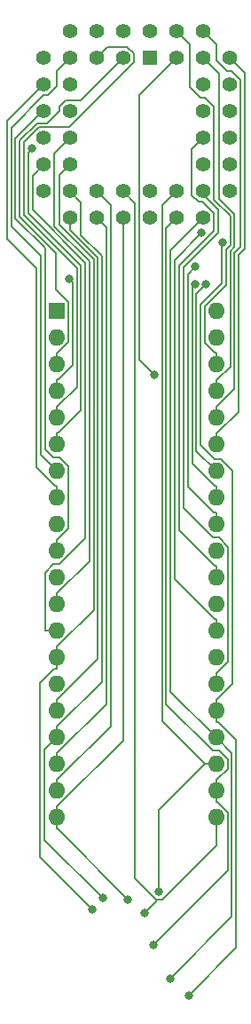
<source format=gbr>
%TF.GenerationSoftware,KiCad,Pcbnew,(6.0.4)*%
%TF.CreationDate,2022-05-05T02:24:40+01:00*%
%TF.ProjectId,Z80 QFP & LCC to DIL,5a383020-5146-4502-9026-204c43432074,rev?*%
%TF.SameCoordinates,Original*%
%TF.FileFunction,Copper,L2,Bot*%
%TF.FilePolarity,Positive*%
%FSLAX46Y46*%
G04 Gerber Fmt 4.6, Leading zero omitted, Abs format (unit mm)*
G04 Created by KiCad (PCBNEW (6.0.4)) date 2022-05-05 02:24:40*
%MOMM*%
%LPD*%
G01*
G04 APERTURE LIST*
%TA.AperFunction,ComponentPad*%
%ADD10R,1.600000X1.600000*%
%TD*%
%TA.AperFunction,ComponentPad*%
%ADD11O,1.600000X1.600000*%
%TD*%
%TA.AperFunction,ComponentPad*%
%ADD12R,1.422400X1.422400*%
%TD*%
%TA.AperFunction,ComponentPad*%
%ADD13C,1.422400*%
%TD*%
%TA.AperFunction,ViaPad*%
%ADD14C,0.800000*%
%TD*%
%TA.AperFunction,Conductor*%
%ADD15C,0.200000*%
%TD*%
G04 APERTURE END LIST*
D10*
%TO.P,IC3,1,A11*%
%TO.N,/A11*%
X133350000Y-95250000D03*
D11*
%TO.P,IC3,2,A12*%
%TO.N,/A12*%
X133350000Y-97790000D03*
%TO.P,IC3,3,A13*%
%TO.N,/A13*%
X133350000Y-100330000D03*
%TO.P,IC3,4,A14*%
%TO.N,/A14*%
X133350000Y-102870000D03*
%TO.P,IC3,5,A15*%
%TO.N,/A15*%
X133350000Y-105410000D03*
%TO.P,IC3,6,CLK*%
%TO.N,/CLK*%
X133350000Y-107950000D03*
%TO.P,IC3,7,D4*%
%TO.N,/DA4*%
X133350000Y-110490000D03*
%TO.P,IC3,8,D3*%
%TO.N,/DA3*%
X133350000Y-113030000D03*
%TO.P,IC3,9,D5*%
%TO.N,/DA5*%
X133350000Y-115570000D03*
%TO.P,IC3,10,D6*%
%TO.N,/DA6*%
X133350000Y-118110000D03*
%TO.P,IC3,11,VCC*%
%TO.N,/+5V*%
X133350000Y-120650000D03*
%TO.P,IC3,12,D2*%
%TO.N,/DA2*%
X133350000Y-123190000D03*
%TO.P,IC3,13,D7*%
%TO.N,/DA7*%
X133350000Y-125730000D03*
%TO.P,IC3,14,D0*%
%TO.N,/DA0*%
X133350000Y-128270000D03*
%TO.P,IC3,15,D1*%
%TO.N,/DA1*%
X133350000Y-130810000D03*
%TO.P,IC3,16,INT*%
%TO.N,/~{INT}*%
X133350000Y-133350000D03*
%TO.P,IC3,17,NMI*%
%TO.N,/~{NMI}*%
X133350000Y-135890000D03*
%TO.P,IC3,18,HALT*%
%TO.N,/~{HALT}*%
X133350000Y-138430000D03*
%TO.P,IC3,19,MREQ*%
%TO.N,/~{MREQ}*%
X133350000Y-140970000D03*
%TO.P,IC3,20,IORQ*%
%TO.N,/~{IOREQ}*%
X133350000Y-143510000D03*
%TO.P,IC3,21,RD*%
%TO.N,/~{RD}*%
X148590000Y-143510000D03*
%TO.P,IC3,22,WR*%
%TO.N,/~{WR}*%
X148590000Y-140970000D03*
%TO.P,IC3,23,BUSAK*%
%TO.N,/~{BUSAK}*%
X148590000Y-138430000D03*
%TO.P,IC3,24,WAIT*%
%TO.N,/~{WAIT}*%
X148590000Y-135890000D03*
%TO.P,IC3,25,BUSRQ*%
%TO.N,/~{BUSRQ}*%
X148590000Y-133350000D03*
%TO.P,IC3,26,RESET*%
%TO.N,/~{RESET}*%
X148590000Y-130810000D03*
%TO.P,IC3,27,M1*%
%TO.N,/~{M1}*%
X148590000Y-128270000D03*
%TO.P,IC3,28,RFSH*%
%TO.N,/~{REFSH}*%
X148590000Y-125730000D03*
%TO.P,IC3,29,GND*%
%TO.N,/GND*%
X148590000Y-123190000D03*
%TO.P,IC3,30,A0*%
%TO.N,/A0*%
X148590000Y-120650000D03*
%TO.P,IC3,31,A1*%
%TO.N,/A1*%
X148590000Y-118110000D03*
%TO.P,IC3,32,A2*%
%TO.N,/A2*%
X148590000Y-115570000D03*
%TO.P,IC3,33,A3*%
%TO.N,/A3*%
X148590000Y-113030000D03*
%TO.P,IC3,34,A4*%
%TO.N,/A4*%
X148590000Y-110490000D03*
%TO.P,IC3,35,A5*%
%TO.N,/A5*%
X148590000Y-107950000D03*
%TO.P,IC3,36,A6*%
%TO.N,/A6*%
X148590000Y-105410000D03*
%TO.P,IC3,37,A7*%
%TO.N,/A7*%
X148590000Y-102870000D03*
%TO.P,IC3,38,A8*%
%TO.N,/A8*%
X148590000Y-100330000D03*
%TO.P,IC3,39,A9*%
%TO.N,/A9*%
X148590000Y-97790000D03*
%TO.P,IC3,40,A10*%
%TO.N,/A10*%
X148590000Y-95250000D03*
%TD*%
D12*
%TO.P,IC1,1,A11*%
%TO.N,/A11*%
X142240000Y-71120000D03*
D13*
%TO.P,IC1,2,A12*%
%TO.N,/A12*%
X139700000Y-68580000D03*
%TO.P,IC1,3,A13*%
%TO.N,/A13*%
X139700000Y-71120000D03*
%TO.P,IC1,4,A14*%
%TO.N,/A14*%
X137160000Y-68580000D03*
%TO.P,IC1,5,A15*%
%TO.N,/A15*%
X137160000Y-71120000D03*
%TO.P,IC1,6,NC*%
%TO.N,unconnected-(IC1-Pad6)*%
X134620000Y-68580000D03*
%TO.P,IC1,7,CLK*%
%TO.N,/CLK*%
X132080000Y-71120000D03*
%TO.P,IC1,8,D4*%
%TO.N,/DA4*%
X134620000Y-71120000D03*
%TO.P,IC1,9,D3*%
%TO.N,/DA3*%
X132080000Y-73660000D03*
%TO.P,IC1,10,D5*%
%TO.N,/DA5*%
X134620000Y-73660000D03*
%TO.P,IC1,11,D6*%
%TO.N,/DA6*%
X132080000Y-76200000D03*
%TO.P,IC1,12,NC*%
%TO.N,unconnected-(IC1-Pad12)*%
X134620000Y-76200000D03*
%TO.P,IC1,13,+5V*%
%TO.N,/+5V*%
X132080000Y-78740000D03*
%TO.P,IC1,14,D2*%
%TO.N,/DA2*%
X134620000Y-78740000D03*
%TO.P,IC1,15,D7*%
%TO.N,/DA7*%
X132080000Y-81280000D03*
%TO.P,IC1,16,D0*%
%TO.N,/DA0*%
X134620000Y-81280000D03*
%TO.P,IC1,17,D1*%
%TO.N,/DA1*%
X132080000Y-83820000D03*
%TO.P,IC1,18,INT*%
%TO.N,/~{INT}*%
X134620000Y-86360000D03*
%TO.P,IC1,19,NMI*%
%TO.N,/~{NMI}*%
X134620000Y-83820000D03*
%TO.P,IC1,20,HALT*%
%TO.N,/~{HALT}*%
X137160000Y-86360000D03*
%TO.P,IC1,21,MREQ*%
%TO.N,/~{MREQ}*%
X137160000Y-83820000D03*
%TO.P,IC1,22,IOREQ*%
%TO.N,/~{IOREQ}*%
X139700000Y-86360000D03*
%TO.P,IC1,23,RD*%
%TO.N,/~{RD}*%
X139700000Y-83820000D03*
%TO.P,IC1,24,NC*%
%TO.N,unconnected-(IC1-Pad24)*%
X142240000Y-86360000D03*
%TO.P,IC1,25,NC*%
%TO.N,unconnected-(IC1-Pad25)*%
X142240000Y-83820000D03*
%TO.P,IC1,26,WR*%
%TO.N,/~{WR}*%
X144780000Y-86360000D03*
%TO.P,IC1,27,BUSACK*%
%TO.N,/~{BUSAK}*%
X144780000Y-83820000D03*
%TO.P,IC1,28,WAIT*%
%TO.N,/~{WAIT}*%
X147320000Y-86360000D03*
%TO.P,IC1,29,BURSREQ*%
%TO.N,/~{BUSRQ}*%
X149860000Y-83820000D03*
%TO.P,IC1,30,RESET*%
%TO.N,/~{RESET}*%
X147320000Y-83820000D03*
%TO.P,IC1,31,M1*%
%TO.N,/~{M1}*%
X149860000Y-81280000D03*
%TO.P,IC1,32,RFSH*%
%TO.N,/~{REFSH}*%
X147320000Y-81280000D03*
%TO.P,IC1,33,GND*%
%TO.N,/GND*%
X149860000Y-78740000D03*
%TO.P,IC1,34,A0*%
%TO.N,/A0*%
X147320000Y-78740000D03*
%TO.P,IC1,35,A1*%
%TO.N,/A1*%
X149860000Y-76200000D03*
%TO.P,IC1,36,A2*%
%TO.N,/A2*%
X147320000Y-76200000D03*
%TO.P,IC1,37,A3*%
%TO.N,/A3*%
X149860000Y-73660000D03*
%TO.P,IC1,38,A4*%
%TO.N,/A4*%
X147320000Y-73660000D03*
%TO.P,IC1,39,A5*%
%TO.N,/A5*%
X149860000Y-71120000D03*
%TO.P,IC1,40,A6*%
%TO.N,/A6*%
X147320000Y-68580000D03*
%TO.P,IC1,41,A7*%
%TO.N,/A7*%
X147320000Y-71120000D03*
%TO.P,IC1,42,A8*%
%TO.N,/A8*%
X144780000Y-68580000D03*
%TO.P,IC1,43,A9*%
%TO.N,/A9*%
X144780000Y-71120000D03*
%TO.P,IC1,44,A10*%
%TO.N,/A10*%
X142240000Y-68580000D03*
%TD*%
D14*
%TO.N,/A14*%
X134590800Y-92134300D03*
%TO.N,/CLK*%
X131004300Y-79738300D03*
%TO.N,/DA0*%
X136795700Y-152255800D03*
%TO.N,/~{NMI}*%
X137770000Y-151222900D03*
%TO.N,/~{IOREQ}*%
X140170000Y-151320800D03*
%TO.N,/~{RD}*%
X141770000Y-152586300D03*
%TO.N,/~{WR}*%
X142570000Y-155647100D03*
%TO.N,/~{BUSAK}*%
X143113500Y-150623000D03*
%TO.N,/~{WAIT}*%
X144170000Y-158925200D03*
%TO.N,/~{BUSRQ}*%
X149231300Y-88672600D03*
X145947800Y-160482500D03*
%TO.N,/~{REFSH}*%
X147211100Y-87800700D03*
%TO.N,/A2*%
X146618000Y-91014600D03*
%TO.N,/A3*%
X146611400Y-92663000D03*
%TO.N,/A4*%
X147616700Y-92648100D03*
%TO.N,/A9*%
X142680800Y-101297800D03*
%TD*%
D15*
%TO.N,/A13*%
X134490600Y-94349800D02*
X133292400Y-93151600D01*
X133292400Y-89728300D02*
X129824100Y-86260000D01*
X133350000Y-100330000D02*
X133350000Y-99229700D01*
X134201100Y-75188500D02*
X135631500Y-75188500D01*
X133487500Y-99229700D02*
X134490600Y-98226600D01*
X129824100Y-86260000D02*
X129824100Y-78997100D01*
X133292400Y-93151600D02*
X133292400Y-89728300D01*
X129824100Y-78997100D02*
X131496500Y-77324700D01*
X132464100Y-77324700D02*
X133608500Y-76180300D01*
X131496500Y-77324700D02*
X132464100Y-77324700D01*
X133608500Y-76180300D02*
X133608500Y-75781100D01*
X133350000Y-99229700D02*
X133487500Y-99229700D01*
X134490600Y-98226600D02*
X134490600Y-94349800D01*
X133608500Y-75781100D02*
X134201100Y-75188500D01*
X135631500Y-75188500D02*
X139700000Y-71120000D01*
%TO.N,/A14*%
X134890900Y-92434400D02*
X134890900Y-100404700D01*
X133525900Y-101769700D02*
X133350000Y-101769700D01*
X134590800Y-92134300D02*
X134890900Y-92434400D01*
X133350000Y-102870000D02*
X133350000Y-101769700D01*
X134890900Y-100404700D02*
X133525900Y-101769700D01*
%TO.N,/A15*%
X131662300Y-77725000D02*
X130224400Y-79162900D01*
X133350000Y-105410000D02*
X133350000Y-104309700D01*
X135291200Y-102506200D02*
X133487700Y-104309700D01*
X138219200Y-70060800D02*
X140080100Y-70060800D01*
X137160000Y-71120000D02*
X138219200Y-70060800D01*
X130224400Y-79162900D02*
X130224400Y-86093800D01*
X135291200Y-91160600D02*
X135291200Y-102506200D01*
X130224400Y-86093800D02*
X135291200Y-91160600D01*
X133487700Y-104309700D02*
X133350000Y-104309700D01*
X134530000Y-77725000D02*
X131662300Y-77725000D01*
X140712400Y-70693100D02*
X140712400Y-71542600D01*
X140080100Y-70060800D02*
X140712400Y-70693100D01*
X140712400Y-71542600D02*
X134530000Y-77725000D01*
%TO.N,/CLK*%
X133350000Y-107950000D02*
X133350000Y-106849700D01*
X130624700Y-85874300D02*
X130624700Y-80117900D01*
X130624700Y-80117900D02*
X131004300Y-79738300D01*
X133568200Y-106849700D02*
X135691500Y-104726400D01*
X135691500Y-104726400D02*
X135691500Y-90941100D01*
X133350000Y-106849700D02*
X133568200Y-106849700D01*
X135691500Y-90941100D02*
X130624700Y-85874300D01*
%TO.N,/DA4*%
X131826600Y-89960800D02*
X129023500Y-87157700D01*
X133350000Y-110490000D02*
X131826600Y-108966600D01*
X132513300Y-74671600D02*
X133350000Y-73834900D01*
X129023500Y-87157700D02*
X129023500Y-77781000D01*
X129023500Y-77781000D02*
X132132900Y-74671600D01*
X132132900Y-74671600D02*
X132513300Y-74671600D01*
X131826600Y-108966600D02*
X131826600Y-89960800D01*
X133350000Y-73834900D02*
X133350000Y-72390000D01*
X133350000Y-72390000D02*
X134620000Y-71120000D01*
%TO.N,/DA3*%
X128623100Y-77116900D02*
X132080000Y-73660000D01*
X131415000Y-110132200D02*
X131415000Y-91129600D01*
X133350000Y-111929700D02*
X133212500Y-111929700D01*
X133350000Y-113030000D02*
X133350000Y-111929700D01*
X131415000Y-91129600D02*
X128623100Y-88337700D01*
X133212500Y-111929700D02*
X131415000Y-110132200D01*
X128623100Y-88337700D02*
X128623100Y-77116900D01*
%TO.N,/DA6*%
X132226900Y-89228900D02*
X129423800Y-86425800D01*
X129423800Y-86425800D02*
X129423800Y-78831300D01*
X133350000Y-117009700D02*
X133487500Y-117009700D01*
X133487500Y-117009700D02*
X134499200Y-115998000D01*
X134499200Y-115998000D02*
X134499200Y-110056100D01*
X132055100Y-76200000D02*
X132080000Y-76200000D01*
X134499200Y-110056100D02*
X133663100Y-109220000D01*
X133056500Y-109220000D02*
X132226900Y-108390400D01*
X133350000Y-118110000D02*
X133350000Y-117009700D01*
X129423800Y-78831300D02*
X132055100Y-76200000D01*
X133663100Y-109220000D02*
X133056500Y-109220000D01*
X132226900Y-108390400D02*
X132226900Y-89228900D01*
%TO.N,/DA2*%
X133156500Y-87145500D02*
X133156500Y-80203500D01*
X136492100Y-90481100D02*
X133156500Y-87145500D01*
X133156500Y-80203500D02*
X134620000Y-78740000D01*
X133350000Y-122089700D02*
X133487500Y-122089700D01*
X136492100Y-119085100D02*
X136492100Y-90481100D01*
X133487500Y-122089700D02*
X136492100Y-119085100D01*
X133350000Y-123190000D02*
X133350000Y-122089700D01*
%TO.N,/DA7*%
X136091800Y-116934800D02*
X136091800Y-90647000D01*
X133646600Y-119380000D02*
X136091800Y-116934800D01*
X131045500Y-82314500D02*
X132080000Y-81280000D01*
X132249700Y-120185100D02*
X133054800Y-119380000D01*
X132249700Y-125730000D02*
X132249700Y-120185100D01*
X131045500Y-85600700D02*
X131045500Y-82314500D01*
X133350000Y-125730000D02*
X132249700Y-125730000D01*
X133054800Y-119380000D02*
X133646600Y-119380000D01*
X136091800Y-90647000D02*
X131045500Y-85600700D01*
%TO.N,/DA0*%
X133350000Y-127169700D02*
X133487500Y-127169700D01*
X131800700Y-147260800D02*
X131800700Y-130691600D01*
X133487500Y-127169700D02*
X136892400Y-123764800D01*
X136892400Y-123764800D02*
X136892400Y-90315300D01*
X133122000Y-129370300D02*
X133350000Y-129370300D01*
X133593900Y-82306100D02*
X134620000Y-81280000D01*
X133350000Y-128270000D02*
X133350000Y-127169700D01*
X136795700Y-152255800D02*
X131800700Y-147260800D01*
X136892400Y-90315300D02*
X133593900Y-87016800D01*
X133350000Y-128270000D02*
X133350000Y-129370300D01*
X133593900Y-87016800D02*
X133593900Y-82306100D01*
X131800700Y-130691600D02*
X133122000Y-129370300D01*
%TO.N,/~{INT}*%
X137292700Y-90149500D02*
X134620000Y-87476800D01*
X133487500Y-132249700D02*
X137292700Y-128444500D01*
X137292700Y-128444500D02*
X137292700Y-90149500D01*
X134620000Y-87476800D02*
X134620000Y-86360000D01*
X133350000Y-132249700D02*
X133487500Y-132249700D01*
X133350000Y-133350000D02*
X133350000Y-132249700D01*
%TO.N,/~{NMI}*%
X137693000Y-89983700D02*
X135694600Y-87985300D01*
X132206500Y-137033500D02*
X133350000Y-135890000D01*
X137693000Y-130584200D02*
X137693000Y-89983700D01*
X135694600Y-84894600D02*
X134620000Y-83820000D01*
X132206500Y-145659400D02*
X132206500Y-137033500D01*
X135694600Y-87985300D02*
X135694600Y-84894600D01*
X137770000Y-151222900D02*
X132206500Y-145659400D01*
X133487500Y-134789700D02*
X137693000Y-130584200D01*
X133350000Y-135890000D02*
X133350000Y-134789700D01*
X133350000Y-134789700D02*
X133487500Y-134789700D01*
%TO.N,/~{HALT}*%
X133350000Y-137329700D02*
X133469200Y-137329700D01*
X138093300Y-87293300D02*
X137160000Y-86360000D01*
X133350000Y-138430000D02*
X133350000Y-137329700D01*
X138093300Y-132705600D02*
X138093300Y-87293300D01*
X133469200Y-137329700D02*
X138093300Y-132705600D01*
%TO.N,/~{MREQ}*%
X138493600Y-85153600D02*
X137160000Y-83820000D01*
X138493600Y-134863800D02*
X138493600Y-85153600D01*
X133487700Y-139869700D02*
X138493600Y-134863800D01*
X133350000Y-140970000D02*
X133350000Y-139869700D01*
X133350000Y-139869700D02*
X133487700Y-139869700D01*
%TO.N,/~{IOREQ}*%
X133350000Y-143510000D02*
X133350000Y-144610300D01*
X133487500Y-142409700D02*
X139700000Y-136197200D01*
X139700000Y-136197200D02*
X139700000Y-86360000D01*
X133350000Y-142409700D02*
X133487500Y-142409700D01*
X133350000Y-144610300D02*
X133459500Y-144610300D01*
X133459500Y-144610300D02*
X140170000Y-151320800D01*
X133350000Y-143510000D02*
X133350000Y-142409700D01*
%TO.N,/~{RD}*%
X148590000Y-146198200D02*
X148590000Y-144610300D01*
X142830800Y-151330600D02*
X140828200Y-149328000D01*
X142830800Y-151330600D02*
X143457600Y-151330600D01*
X140828100Y-84948100D02*
X139700000Y-83820000D01*
X140828200Y-84948100D02*
X140828100Y-84948100D01*
X148590000Y-143510000D02*
X148590000Y-144610300D01*
X142830800Y-151330600D02*
X142830800Y-151525500D01*
X140828200Y-149328000D02*
X140828200Y-84948100D01*
X142830800Y-151525500D02*
X141770000Y-152586300D01*
X143457600Y-151330600D02*
X148590000Y-146198200D01*
%TO.N,/~{WR}*%
X149690400Y-148526700D02*
X142570000Y-155647100D01*
X143818000Y-132694100D02*
X148283900Y-137160000D01*
X148590000Y-140970000D02*
X148590000Y-142070300D01*
X148590000Y-140970000D02*
X148590000Y-139869700D01*
X148727500Y-139869700D02*
X148590000Y-139869700D01*
X148727500Y-142070300D02*
X149690400Y-143033200D01*
X149690400Y-138906800D02*
X148727500Y-139869700D01*
X148283900Y-137160000D02*
X148901800Y-137160000D01*
X148590000Y-142070300D02*
X148727500Y-142070300D01*
X149690400Y-143033200D02*
X149690400Y-148526700D01*
X143818000Y-87322000D02*
X143818000Y-132694100D01*
X144780000Y-86360000D02*
X143818000Y-87322000D01*
X149690400Y-137948600D02*
X149690400Y-138906800D01*
X148901800Y-137160000D02*
X149690400Y-137948600D01*
%TO.N,/~{BUSAK}*%
X143417700Y-85182300D02*
X143417700Y-134358000D01*
X144780000Y-83820000D02*
X143417700Y-85182300D01*
X143113500Y-142806200D02*
X143113500Y-150623000D01*
X147489700Y-138430000D02*
X143113500Y-142806200D01*
X143417700Y-134358000D02*
X147489700Y-138430000D01*
X148590000Y-138430000D02*
X147489700Y-138430000D01*
%TO.N,/~{WAIT}*%
X144218400Y-89461600D02*
X147320000Y-86360000D01*
X150090800Y-153004400D02*
X150090800Y-137390800D01*
X144218400Y-131518400D02*
X144218400Y-89461600D01*
X150090800Y-137390800D02*
X148590000Y-135890000D01*
X144170000Y-158925200D02*
X150090800Y-153004400D01*
X148590000Y-135890000D02*
X144218400Y-131518400D01*
%TO.N,/~{BUSRQ}*%
X148590000Y-132799800D02*
X148590000Y-132249700D01*
X145947800Y-160482500D02*
X150505200Y-155925100D01*
X149059500Y-109361600D02*
X148436600Y-109361600D01*
X147083300Y-94602300D02*
X149088800Y-92596800D01*
X147083300Y-108008300D02*
X147083300Y-94602300D01*
X148590000Y-133350000D02*
X148590000Y-132921900D01*
X149088800Y-92596800D02*
X149088800Y-88815100D01*
X148590000Y-132249700D02*
X148727500Y-132249700D01*
X148590000Y-133350000D02*
X148590000Y-134450300D01*
X148727500Y-132249700D02*
X150166400Y-130810800D01*
X150166400Y-130810800D02*
X150166400Y-110468500D01*
X150505200Y-136137500D02*
X148818000Y-134450300D01*
X150505200Y-155925100D02*
X150505200Y-136137500D01*
X150166400Y-110468500D02*
X149059500Y-109361600D01*
X148818000Y-134450300D02*
X148590000Y-134450300D01*
X149088800Y-88815100D02*
X149231300Y-88672600D01*
X148436600Y-109361600D02*
X147083300Y-108008300D01*
X148590000Y-132799800D02*
X148590000Y-132921900D01*
%TO.N,/~{RESET}*%
X148590000Y-129709700D02*
X148727700Y-129709700D01*
X148767600Y-87803700D02*
X148767600Y-85602500D01*
X148270900Y-116840000D02*
X145463500Y-114032600D01*
X148590000Y-130810000D02*
X148590000Y-129709700D01*
X148767600Y-85602500D02*
X147320000Y-84154900D01*
X149742500Y-117703700D02*
X148878800Y-116840000D01*
X148727700Y-129709700D02*
X149742500Y-128694900D01*
X145463500Y-91107800D02*
X148767600Y-87803700D01*
X147320000Y-84154900D02*
X147320000Y-83820000D01*
X145463500Y-114032600D02*
X145463500Y-91107800D01*
X148878800Y-116840000D02*
X148270900Y-116840000D01*
X149742500Y-128694900D02*
X149742500Y-117703700D01*
%TO.N,/~{REFSH}*%
X148452300Y-124629700D02*
X144636200Y-120813600D01*
X144636200Y-120813600D02*
X144636200Y-90375600D01*
X148590000Y-125730000D02*
X148590000Y-124629700D01*
X148590000Y-124629700D02*
X148452300Y-124629700D01*
X144636200Y-90375600D02*
X147211100Y-87800700D01*
%TO.N,/A0*%
X147282900Y-84831600D02*
X146897500Y-84831600D01*
X148590000Y-119549700D02*
X148452500Y-119549700D01*
X146275400Y-84209500D02*
X146275400Y-79784600D01*
X145063100Y-90941900D02*
X148367200Y-87637800D01*
X148590000Y-120650000D02*
X148590000Y-119549700D01*
X148367200Y-85915900D02*
X147282900Y-84831600D01*
X148367200Y-87637800D02*
X148367200Y-85915900D01*
X148452500Y-119549700D02*
X145063100Y-116160300D01*
X145063100Y-116160300D02*
X145063100Y-90941900D01*
X146897500Y-84831600D02*
X146275400Y-84209500D01*
X146275400Y-79784600D02*
X147320000Y-78740000D01*
%TO.N,/A2*%
X145863800Y-111971500D02*
X145863800Y-91768800D01*
X148590000Y-114469700D02*
X148362000Y-114469700D01*
X148362000Y-114469700D02*
X145863800Y-111971500D01*
X145863800Y-91768800D02*
X146618000Y-91014600D01*
X148590000Y-115570000D02*
X148590000Y-114469700D01*
%TO.N,/A3*%
X146282600Y-109760000D02*
X146282600Y-92991800D01*
X148590000Y-111929700D02*
X148452300Y-111929700D01*
X146282600Y-92991800D02*
X146611400Y-92663000D01*
X148452300Y-111929700D02*
X146282600Y-109760000D01*
X148590000Y-113030000D02*
X148590000Y-111929700D01*
%TO.N,/A4*%
X148590000Y-110490000D02*
X146682900Y-108582900D01*
X146682900Y-108582900D02*
X146682900Y-93581900D01*
X146682900Y-93581900D02*
X147616700Y-92648100D01*
%TO.N,/A5*%
X150737400Y-104839800D02*
X150737400Y-89855200D01*
X151278200Y-89314400D02*
X151278200Y-72538200D01*
X148590000Y-107950000D02*
X148590000Y-106849700D01*
X151278200Y-72538200D02*
X149860000Y-71120000D01*
X148590000Y-106849700D02*
X148727500Y-106849700D01*
X148727500Y-106849700D02*
X150737400Y-104839800D01*
X150737400Y-89855200D02*
X151278200Y-89314400D01*
%TO.N,/A6*%
X149650800Y-72390000D02*
X148590000Y-71329200D01*
X150877900Y-89148600D02*
X150877900Y-73193900D01*
X150877900Y-73193900D02*
X150074000Y-72390000D01*
X148590000Y-71329200D02*
X148590000Y-69850000D01*
X148727500Y-104309700D02*
X150337100Y-102700100D01*
X150337100Y-102700100D02*
X150337100Y-89689400D01*
X148590000Y-69850000D02*
X147320000Y-68580000D01*
X150337100Y-89689400D02*
X150877900Y-89148600D01*
X150074000Y-72390000D02*
X149650800Y-72390000D01*
X148590000Y-104309700D02*
X148727500Y-104309700D01*
X148590000Y-105410000D02*
X148590000Y-104309700D01*
%TO.N,/A7*%
X148590000Y-102870000D02*
X148590000Y-101769700D01*
X150331900Y-86034500D02*
X148848400Y-84551000D01*
X149936800Y-89523600D02*
X150331900Y-89128500D01*
X149936800Y-100560400D02*
X149936800Y-89523600D01*
X148727500Y-101769700D02*
X149936800Y-100560400D01*
X148848400Y-72648400D02*
X147320000Y-71120000D01*
X148848400Y-84551000D02*
X148848400Y-72648400D01*
X148590000Y-101769700D02*
X148727500Y-101769700D01*
X150331900Y-89128500D02*
X150331900Y-86034500D01*
%TO.N,/A8*%
X148347900Y-75736400D02*
X147541500Y-74930000D01*
X149536500Y-89357800D02*
X149931600Y-88962700D01*
X148347900Y-84616600D02*
X148347900Y-75736400D01*
X147541500Y-74930000D02*
X147090900Y-74930000D01*
X148590000Y-100330000D02*
X148590000Y-99229700D01*
X146050000Y-69850000D02*
X144780000Y-68580000D01*
X147483800Y-98261000D02*
X147483800Y-94788500D01*
X147090900Y-74930000D02*
X146050000Y-73889100D01*
X148452500Y-99229700D02*
X147483800Y-98261000D01*
X149536500Y-92735800D02*
X149536500Y-89357800D01*
X149931600Y-88962700D02*
X149931600Y-86200300D01*
X149931600Y-86200300D02*
X148347900Y-84616600D01*
X148590000Y-99229700D02*
X148452500Y-99229700D01*
X147483800Y-94788500D02*
X149536500Y-92735800D01*
X146050000Y-73889100D02*
X146050000Y-69850000D01*
%TO.N,/A9*%
X144780000Y-71120000D02*
X141228500Y-74671500D01*
X141228500Y-74671500D02*
X141228500Y-99845500D01*
X141228500Y-99845500D02*
X142680800Y-101297800D01*
%TD*%
M02*

</source>
